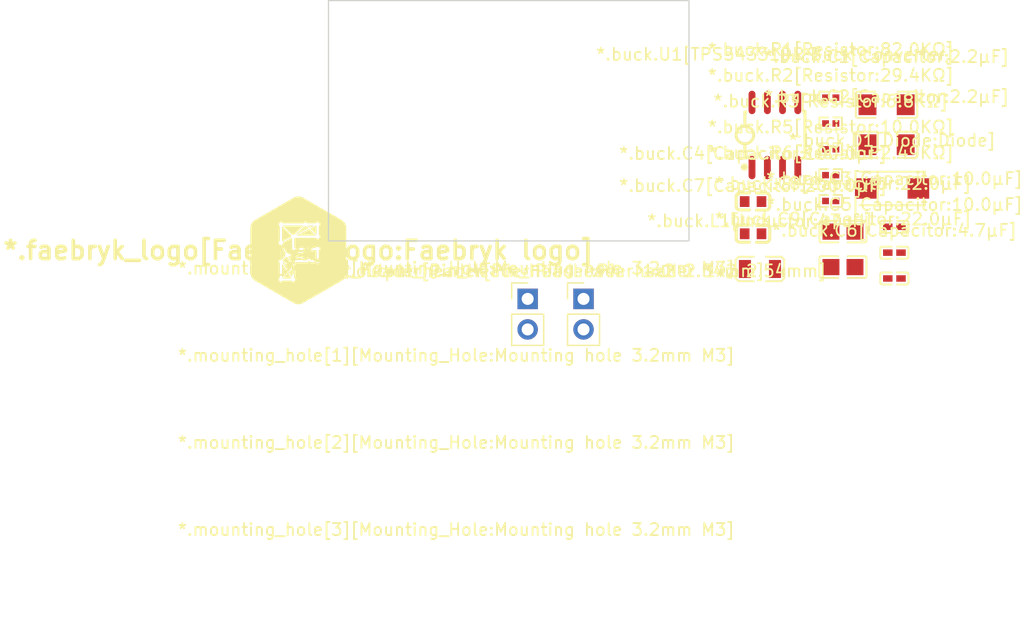
<source format=kicad_pcb>
(kicad_pcb (version 20221018) (generator pcbnew)
  (layers (0 "F.Cu" signal) (31 "B.Cu" signal) (34 "B.Paste" user) (35 "F.Paste" user) (36 "B.SilkS" user "B.Silkscreen") (37 "F.SilkS" user "F.Silkscreen") (38 "B.Mask" user) (39 "F.Mask" user) (44 "Edge.Cuts" user))
  (net 0 "")
  (net 1 "*.buck.C4[Capacitor:100.0µF]-*.buck.U1[TPS54331DR:Buck converter]")
  (net 2 "*.buck.C1[Capacitor:2.2µF]-*.buck.C3[Capacitor:10.0µF]-*.buck.R1[Resistor:82.0KΩ]-*.buck.C2[Capacitor:2.2µF]-*.buck.U1[TPS54331DR:Buck converter]")
  (net 3 "*.buck.R1[Resistor:82.0KΩ]-*.buck.R2[Resistor:29.4KΩ]-*.buck.U1[TPS54331DR:Buck converter]")
  (net 4 "*.buck.U1[TPS54331DR:Buck converter]-*.buck.C5[Capacitor:10.0µF]")
  (net 5 "*.buck.R6[Resistor:2.49KΩ]-*.buck.R5[Resistor:10.0KΩ]-*.buck.U1[TPS54331DR:Buck converter]")
  (net 6 "*.buck.C6[Capacitor:4.7µF]-*.buck.C7[Capacitor:200.0µF]-*.buck.U1[TPS54331DR:Buck converter]")
  (net 7 "*.buck.C9[Capacitor:22.0µF]-*.buck.D1[Diode:Diode]-*.buck.U1[TPS54331DR:Buck converter]-*.buck.R2[Resistor:29.4KΩ]-*.buck.C1[Capacitor:2.2µF]-*.buck.C3[Capacitor:10.0µF]-*.buck.C2[Capacitor:2.2µF]-*.buck.C5[Capacitor:10.0µF]-*.buck.C7[Capacitor:200.0µF]-*.buck.R3[Resistor:6.8KΩ]-*.buck.R6[Resistor:2.49KΩ]-*.buck.C8[Capacitor:22.0µF]")
  (net 8 "*.buck.D1[Diode:Diode]-*.buck.U1[TPS54331DR:Buck converter]-*.buck.L1[Inductor:47uH]-*.buck.C4[Capacitor:100.0µF]")
  (net 9 "*.buck.R5[Resistor:10.0KΩ]-*.buck.L1[Inductor:47uH]-*.buck.C8[Capacitor:22.0µF]-*.buck.C9[Capacitor:22.0µF]")
  (net 10 "*.buck.R3[Resistor:6.8KΩ]-*.buck.C6[Capacitor:4.7µF]")
  (footprint "lcsc:C0805" (layer "F.Cu") (at 89.815 50.175)
    (fp_text reference "*.buck.C9[Capacitor:22.0µF]" (at 0 -4) (layer "F.SilkS"))
    (fp_text value "22.0µF")
    (pad "1" smd rect (at -1 0) (size 1.41 1.35) (layers "F.Cu" "F.Paste" "F.Mask") (net 7 "*.buck.C9[Capacitor:22.0µF]-*.buck.D1[Diode:Diode]-*.buck.U1[TPS54331DR:Buck converter]-*.buck.R2[Resistor:29.4KΩ]-*.buck.C1[Capacitor:2.2µF]-*.buck.C3[Capacitor:10.0µF]-*.buck.C2[Capacitor:2.2µF]-*.buck.C5[Capacitor:10.0µF]-*.buck.C7[Capacitor:200.0µF]-*.buck.R3[Resistor:6.8KΩ]-*.buck.R6[Resistor:2.49KΩ]-*.buck.C8[Capacitor:22.0µF]"))
    (pad "2" smd rect (at 1 0) (size 1.41 1.35) (layers "F.Cu" "F.Paste" "F.Mask") (net 9 "*.buck.R5[Resistor:10.0KΩ]-*.buck.L1[Inductor:47uH]-*.buck.C8[Capacitor:22.0µF]-*.buck.C9[Capacitor:22.0µF]"))
  )
  (footprint "lcsc:C0603" (layer "F.Cu") (at 82.335 44.725)
    (fp_text reference "*.buck.C4[Capacitor:100.0µF]" (at 0 -4) (layer "F.SilkS"))
    (fp_text value "100.0µF")
    (pad "1" smd rect (at -0.7 0) (size 0.8 0.9) (layers "F.Cu" "F.Paste" "F.Mask") (net 8 "*.buck.D1[Diode:Diode]-*.buck.U1[TPS54331DR:Buck converter]-*.buck.L1[Inductor:47uH]-*.buck.C4[Capacitor:100.0µF]"))
    (pad "2" smd rect (at 0.7 0) (size 0.8 0.9) (layers "F.Cu" "F.Paste" "F.Mask") (net 1 "*.buck.C4[Capacitor:100.0µF]-*.buck.U1[TPS54331DR:Buck converter]"))
  )
  (footprint "lcsc:R0402" (layer "F.Cu") (at 88.795 44.675)
    (fp_text reference "*.buck.R6[Resistor:2.49KΩ]" (at 0 -4) (layer "F.SilkS"))
    (fp_text value "2.49KΩ")
    (pad "1" smd rect (at -0.43 0) (size 0.57 0.54) (layers "F.Cu" "F.Paste" "F.Mask") (net 7 "*.buck.C9[Capacitor:22.0µF]-*.buck.D1[Diode:Diode]-*.buck.U1[TPS54331DR:Buck converter]-*.buck.R2[Resistor:29.4KΩ]-*.buck.C1[Capacitor:2.2µF]-*.buck.C3[Capacitor:10.0µF]-*.buck.C2[Capacitor:2.2µF]-*.buck.C5[Capacitor:10.0µF]-*.buck.C7[Capacitor:200.0µF]-*.buck.R3[Resistor:6.8KΩ]-*.buck.R6[Resistor:2.49KΩ]-*.buck.C8[Capacitor:22.0µF]"))
    (pad "2" smd rect (at 0.43 0) (size 0.57 0.54) (layers "F.Cu" "F.Paste" "F.Mask") (net 5 "*.buck.R6[Resistor:2.49KΩ]-*.buck.R5[Resistor:10.0KΩ]-*.buck.U1[TPS54331DR:Buck converter]"))
  )
  (footprint "lcsc:C0805" (layer "F.Cu") (at 89.815 47.225)
    (fp_text reference "*.buck.C8[Capacitor:22.0µF]" (at 0 -4) (layer "F.SilkS"))
    (fp_text value "22.0µF")
    (pad "1" smd rect (at -1 0) (size 1.41 1.35) (layers "F.Cu" "F.Paste" "F.Mask") (net 7 "*.buck.C9[Capacitor:22.0µF]-*.buck.D1[Diode:Diode]-*.buck.U1[TPS54331DR:Buck converter]-*.buck.R2[Resistor:29.4KΩ]-*.buck.C1[Capacitor:2.2µF]-*.buck.C3[Capacitor:10.0µF]-*.buck.C2[Capacitor:2.2µF]-*.buck.C5[Capacitor:10.0µF]-*.buck.C7[Capacitor:200.0µF]-*.buck.R3[Resistor:6.8KΩ]-*.buck.R6[Resistor:2.49KΩ]-*.buck.C8[Capacitor:22.0µF]"))
    (pad "2" smd rect (at 1 0) (size 1.41 1.35) (layers "F.Cu" "F.Paste" "F.Mask") (net 9 "*.buck.R5[Resistor:10.0KΩ]-*.buck.L1[Inductor:47uH]-*.buck.C8[Capacitor:22.0µF]-*.buck.C9[Capacitor:22.0µF]"))
  )
  (footprint "MountingHole:MountingHole_3.2mm_M3_ISO7380" (layer "F.Cu") (at 57.625 61.375)
    (fp_text reference "*.mounting_hole[1][Mounting_Hole:Mounting hole 3.2mm M3]" (at 0 -3.85) (layer "F.SilkS"))
    (fp_text value "Mounting hole 3.2mm M3")
    (pad "" np_thru_hole circle (at 0 0) (size 3.2 3.2) (drill 3.2) (layers "*.Cu" "*.Mask"))
  )
  (footprint "lcsc:C0603" (layer "F.Cu") (at 82.335 47.405)
    (fp_text reference "*.buck.C7[Capacitor:200.0µF]" (at 0 -4) (layer "F.SilkS"))
    (fp_text value "200.0µF")
    (pad "1" smd rect (at -0.7 0) (size 0.8 0.9) (layers "F.Cu" "F.Paste" "F.Mask") (net 7 "*.buck.C9[Capacitor:22.0µF]-*.buck.D1[Diode:Diode]-*.buck.U1[TPS54331DR:Buck converter]-*.buck.R2[Resistor:29.4KΩ]-*.buck.C1[Capacitor:2.2µF]-*.buck.C3[Capacitor:10.0µF]-*.buck.C2[Capacitor:2.2µF]-*.buck.C5[Capacitor:10.0µF]-*.buck.C7[Capacitor:200.0µF]-*.buck.R3[Resistor:6.8KΩ]-*.buck.R6[Resistor:2.49KΩ]-*.buck.C8[Capacitor:22.0µF]"))
    (pad "2" smd rect (at 0.7 0) (size 0.8 0.9) (layers "F.Cu" "F.Paste" "F.Mask") (net 6 "*.buck.C6[Capacitor:4.7µF]-*.buck.C7[Capacitor:200.0µF]-*.buck.U1[TPS54331DR:Buck converter]"))
  )
  (footprint "lcsc:R0402" (layer "F.Cu") (at 88.795 36.075)
    (fp_text reference "*.buck.R1[Resistor:82.0KΩ]" (at 0 -4) (layer "F.SilkS"))
    (fp_text value "82.0KΩ")
    (pad "1" smd rect (at -0.43 0) (size 0.57 0.54) (layers "F.Cu" "F.Paste" "F.Mask") (net 3 "*.buck.R1[Resistor:82.0KΩ]-*.buck.R2[Resistor:29.4KΩ]-*.buck.U1[TPS54331DR:Buck converter]"))
    (pad "2" smd rect (at 0.43 0) (size 0.57 0.54) (layers "F.Cu" "F.Paste" "F.Mask") (net 2 "*.buck.C1[Capacitor:2.2µF]-*.buck.C3[Capacitor:10.0µF]-*.buck.R1[Resistor:82.0KΩ]-*.buck.C2[Capacitor:2.2µF]-*.buck.U1[TPS54331DR:Buck converter]"))
  )
  (footprint "lcsc:R0402" (layer "F.Cu") (at 88.795 42.525)
    (fp_text reference "*.buck.R5[Resistor:10.0KΩ]" (at 0 -4) (layer "F.SilkS"))
    (fp_text value "10.0KΩ")
    (pad "1" smd rect (at -0.43 0) (size 0.57 0.54) (layers "F.Cu" "F.Paste" "F.Mask") (net 5 "*.buck.R6[Resistor:2.49KΩ]-*.buck.R5[Resistor:10.0KΩ]-*.buck.U1[TPS54331DR:Buck converter]"))
    (pad "2" smd rect (at 0.43 0) (size 0.57 0.54) (layers "F.Cu" "F.Paste" "F.Mask") (net 9 "*.buck.R5[Resistor:10.0KΩ]-*.buck.L1[Inductor:47uH]-*.buck.C8[Capacitor:22.0µF]-*.buck.C9[Capacitor:22.0µF]"))
  )
  (footprint "MountingHole:MountingHole_3.2mm_M3_ISO7380" (layer "F.Cu") (at 57.625 68.625)
    (fp_text reference "*.mounting_hole[2][Mounting_Hole:Mounting hole 3.2mm M3]" (at 0 -3.85) (layer "F.SilkS"))
    (fp_text value "Mounting hole 3.2mm M3")
    (pad "" np_thru_hole circle (at 0 0) (size 3.2 3.2) (drill 3.2) (layers "*.Cu" "*.Mask"))
  )
  (footprint "logo:faebryk_logo" (layer "F.Cu") (at 44.490386 48.782078)
    (fp_text reference "*.faebryk_logo[Faebryk_Logo:Faebryk logo]" (at 0 0) (layer "F.SilkS") (effects (font (size 1.524 1.524) (thickness 0.3))))
    (fp_text value "Faebryk logo" hide)
  )
  (footprint "lcsc:C1206" (layer "F.Cu") (at 93.445 39.995)
    (fp_text reference "*.buck.C2[Capacitor:2.2µF]" (at 0 -4) (layer "F.SilkS"))
    (fp_text value "2.2µF")
    (pad "1" smd rect (at -1.59 0) (size 1.49 1.73) (layers "F.Cu" "F.Paste" "F.Mask") (net 7 "*.buck.C9[Capacitor:22.0µF]-*.buck.D1[Diode:Diode]-*.buck.U1[TPS54331DR:Buck converter]-*.buck.R2[Resistor:29.4KΩ]-*.buck.C1[Capacitor:2.2µF]-*.buck.C3[Capacitor:10.0µF]-*.buck.C2[Capacitor:2.2µF]-*.buck.C5[Capacitor:10.0µF]-*.buck.C7[Capacitor:200.0µF]-*.buck.R3[Resistor:6.8KΩ]-*.buck.R6[Resistor:2.49KΩ]-*.buck.C8[Capacitor:22.0µF]"))
    (pad "2" smd rect (at 1.59 0) (size 1.49 1.73) (layers "F.Cu" "F.Paste" "F.Mask") (net 2 "*.buck.C1[Capacitor:2.2µF]-*.buck.C3[Capacitor:10.0µF]-*.buck.R1[Resistor:82.0KΩ]-*.buck.C2[Capacitor:2.2µF]-*.buck.U1[TPS54331DR:Buck converter]"))
  )
  (footprint "lcsc:SMA_L4.4-W2.6-LS5.0-RD" (layer "F.Cu") (at 93.9 43.635)
    (fp_text reference "*.buck.D1[Diode:Diode]" (at 0 -4) (layer "F.SilkS"))
    (fp_text value "Diode")
    (pad "1" smd rect (at -2.19 0) (size 1.8 1.7) (layers "F.Cu" "F.Paste" "F.Mask") (net 8 "*.buck.D1[Diode:Diode]-*.buck.U1[TPS54331DR:Buck converter]-*.buck.L1[Inductor:47uH]-*.buck.C4[Capacitor:100.0µF]"))
    (pad "2" smd rect (at 2.19 0) (size 1.8 1.7) (layers "F.Cu" "F.Paste" "F.Mask") (net 7 "*.buck.C9[Capacitor:22.0µF]-*.buck.D1[Diode:Diode]-*.buck.U1[TPS54331DR:Buck converter]-*.buck.R2[Resistor:29.4KΩ]-*.buck.C1[Capacitor:2.2µF]-*.buck.C3[Capacitor:10.0µF]-*.buck.C2[Capacitor:2.2µF]-*.buck.C5[Capacitor:10.0µF]-*.buck.C7[Capacitor:200.0µF]-*.buck.R3[Resistor:6.8KΩ]-*.buck.R6[Resistor:2.49KΩ]-*.buck.C8[Capacitor:22.0µF]"))
  )
  (footprint "lcsc:R0402" (layer "F.Cu") (at 88.795 38.225)
    (fp_text reference "*.buck.R2[Resistor:29.4KΩ]" (at 0 -4) (layer "F.SilkS"))
    (fp_text value "29.4KΩ")
    (pad "1" smd rect (at -0.43 0) (size 0.57 0.54) (layers "F.Cu" "F.Paste" "F.Mask") (net 7 "*.buck.C9[Capacitor:22.0µF]-*.buck.D1[Diode:Diode]-*.buck.U1[TPS54331DR:Buck converter]-*.buck.R2[Resistor:29.4KΩ]-*.buck.C1[Capacitor:2.2µF]-*.buck.C3[Capacitor:10.0µF]-*.buck.C2[Capacitor:2.2µF]-*.buck.C5[Capacitor:10.0µF]-*.buck.C7[Capacitor:200.0µF]-*.buck.R3[Resistor:6.8KΩ]-*.buck.R6[Resistor:2.49KΩ]-*.buck.C8[Capacitor:22.0µF]"))
    (pad "2" smd rect (at 0.43 0) (size 0.57 0.54) (layers "F.Cu" "F.Paste" "F.Mask") (net 3 "*.buck.R1[Resistor:82.0KΩ]-*.buck.R2[Resistor:29.4KΩ]-*.buck.U1[TPS54331DR:Buck converter]"))
  )
  (footprint "lcsc:C0402" (layer "F.Cu") (at 94.095 51.125)
    (fp_text reference "*.buck.C6[Capacitor:4.7µF]" (at 0 -4) (layer "F.SilkS"))
    (fp_text value "4.7µF")
    (pad "1" smd rect (at -0.55 0) (size 0.79 0.54) (layers "F.Cu" "F.Paste" "F.Mask") (net 10 "*.buck.R3[Resistor:6.8KΩ]-*.buck.C6[Capacitor:4.7µF]"))
    (pad "2" smd rect (at 0.55 0) (size 0.79 0.54) (layers "F.Cu" "F.Paste" "F.Mask") (net 6 "*.buck.C6[Capacitor:4.7µF]-*.buck.C7[Capacitor:200.0µF]-*.buck.U1[TPS54331DR:Buck converter]"))
  )
  (footprint "Connector_PinHeader_2.54mm:PinHeader_1x02_P2.54mm_Vertical" (layer "F.Cu") (at 63.575 52.825)
    (fp_text reference "*.input_header[Pin_Header:Pin header 1x2 2.54mm]" (at 0 -2.33) (layer "F.SilkS"))
    (fp_text value "Pin header 1x2 2.54mm")
    (pad "1" thru_hole rect (at 0 0) (size 1.7 1.7) (drill 1) (layers "*.Cu" "*.Mask"))
    (pad "2" thru_hole oval (at 0 2.54) (size 1.7 1.7) (drill 1) (layers "*.Cu" "*.Mask"))
  )
  (footprint "lcsc:C1206" (layer "F.Cu") (at 93.445 36.665)
    (fp_text reference "*.buck.C1[Capacitor:2.2µF]" (at 0 -4) (layer "F.SilkS"))
    (fp_text value "2.2µF")
    (pad "1" smd rect (at -1.59 0) (size 1.49 1.73) (layers "F.Cu" "F.Paste" "F.Mask") (net 7 "*.buck.C9[Capacitor:22.0µF]-*.buck.D1[Diode:Diode]-*.buck.U1[TPS54331DR:Buck converter]-*.buck.R2[Resistor:29.4KΩ]-*.buck.C1[Capacitor:2.2µF]-*.buck.C3[Capacitor:10.0µF]-*.buck.C2[Capacitor:2.2µF]-*.buck.C5[Capacitor:10.0µF]-*.buck.C7[Capacitor:200.0µF]-*.buck.R3[Resistor:6.8KΩ]-*.buck.R6[Resistor:2.49KΩ]-*.buck.C8[Capacitor:22.0µF]"))
    (pad "2" smd rect (at 1.59 0) (size 1.49 1.73) (layers "F.Cu" "F.Paste" "F.Mask") (net 2 "*.buck.C1[Capacitor:2.2µF]-*.buck.C3[Capacitor:10.0µF]-*.buck.R1[Resistor:82.0KΩ]-*.buck.C2[Capacitor:2.2µF]-*.buck.U1[TPS54331DR:Buck converter]"))
  )
  (footprint "lcsc:C0402" (layer "F.Cu") (at 94.095 48.975)
    (fp_text reference "*.buck.C5[Capacitor:10.0µF]" (at 0 -4) (layer "F.SilkS"))
    (fp_text value "10.0µF")
    (pad "1" smd rect (at -0.55 0) (size 0.79 0.54) (layers "F.Cu" "F.Paste" "F.Mask") (net 7 "*.buck.C9[Capacitor:22.0µF]-*.buck.D1[Diode:Diode]-*.buck.U1[TPS54331DR:Buck converter]-*.buck.R2[Resistor:29.4KΩ]-*.buck.C1[Capacitor:2.2µF]-*.buck.C3[Capacitor:10.0µF]-*.buck.C2[Capacitor:2.2µF]-*.buck.C5[Capacitor:10.0µF]-*.buck.C7[Capacitor:200.0µF]-*.buck.R3[Resistor:6.8KΩ]-*.buck.R6[Resistor:2.49KΩ]-*.buck.C8[Capacitor:22.0µF]"))
    (pad "2" smd rect (at 0.55 0) (size 0.79 0.54) (layers "F.Cu" "F.Paste" "F.Mask") (net 4 "*.buck.U1[TPS54331DR:Buck converter]-*.buck.C5[Capacitor:10.0µF]"))
  )
  (footprint "MountingHole:MountingHole_3.2mm_M3_ISO7380" (layer "F.Cu") (at 57.625 75.875)
    (fp_text reference "*.mounting_hole[3][Mounting_Hole:Mounting hole 3.2mm M3]" (at 0 -3.85) (layer "F.SilkS"))
    (fp_text value "Mounting hole 3.2mm M3")
    (pad "" np_thru_hole circle (at 0 0) (size 3.2 3.2) (drill 3.2) (layers "*.Cu" "*.Mask"))
  )
  (footprint "lcsc:R0402" (layer "F.Cu") (at 88.795 40.375)
    (fp_text reference "*.buck.R3[Resistor:6.8KΩ]" (at 0 -4) (layer "F.SilkS"))
    (fp_text value "6.8KΩ")
    (pad "1" smd rect (at -0.43 0) (size 0.57 0.54) (layers "F.Cu" "F.Paste" "F.Mask") (net 7 "*.buck.C9[Capacitor:22.0µF]-*.buck.D1[Diode:Diode]-*.buck.U1[TPS54331DR:Buck converter]-*.buck.R2[Resistor:29.4KΩ]-*.buck.C1[Capacitor:2.2µF]-*.buck.C3[Capacitor:10.0µF]-*.buck.C2[Capacitor:2.2µF]-*.buck.C5[Capacitor:10.0µF]-*.buck.C7[Capacitor:200.0µF]-*.buck.R3[Resistor:6.8KΩ]-*.buck.R6[Resistor:2.49KΩ]-*.buck.C8[Capacitor:22.0µF]"))
    (pad "2" smd rect (at 0.43 0) (size 0.57 0.54) (layers "F.Cu" "F.Paste" "F.Mask") (net 10 "*.buck.R3[Resistor:6.8KΩ]-*.buck.C6[Capacitor:4.7µF]"))
  )
  (footprint "MountingHole:MountingHole_3.2mm_M3_ISO7380" (layer "F.Cu") (at 57.625 54.125)
    (fp_text reference "*.mounting_hole[0][Mounting_Hole:Mounting hole 3.2mm M3]" (at 0 -3.85) (layer "F.SilkS"))
    (fp_text value "Mounting hole 3.2mm M3")
    (pad "" np_thru_hole circle (at 0 0) (size 3.2 3.2) (drill 3.2) (layers "*.Cu" "*.Mask"))
  )
  (footprint "Connector_PinHeader_2.54mm:PinHeader_1x02_P2.54mm_Vertical" (layer "F.Cu") (at 68.225 52.825)
    (fp_text reference "*.output_header[Pin_Header:Pin header 1x2 2.54mm]" (at 0 -2.33) (layer "F.SilkS"))
    (fp_text value "Pin header 1x2 2.54mm")
    (pad "1" thru_hole rect (at 0 0) (size 1.7 1.7) (drill 1) (layers "*.Cu" "*.Mask"))
    (pad "2" thru_hole oval (at 0 2.54) (size 1.7 1.7) (drill 1) (layers "*.Cu" "*.Mask"))
  )
  (footprint "lcsc:IND-SMD_L2.5-W2.0-A" (layer "F.Cu") (at 82.905 50.335)
    (fp_text reference "*.buck.L1[Inductor:47uH]" (at 0 -4) (layer "F.SilkS"))
    (fp_text value "47uH")
    (pad "1" smd rect (at -1.25 0) (size 1 1.5) (layers "F.Cu" "F.Paste" "F.Mask") (net 8 "*.buck.D1[Diode:Diode]-*.buck.U1[TPS54331DR:Buck converter]-*.buck.L1[Inductor:47uH]-*.buck.C4[Capacitor:100.0µF]"))
    (pad "2" smd rect (at 1.25 0) (size 1 1.5) (layers "F.Cu" "F.Paste" "F.Mask") (net 9 "*.buck.R5[Resistor:10.0KΩ]-*.buck.L1[Inductor:47uH]-*.buck.C8[Capacitor:22.0µF]-*.buck.C9[Capacitor:22.0µF]"))
  )
  (footprint "lcsc:SOIC-8_L5.0-W4.0-P1.27-LS6.0-BL" (layer "F.Cu") (at 84.155 39.185)
    (fp_text reference "*.buck.U1[TPS54331DR:Buck converter]" (at 0 -6.71) (layer "F.SilkS"))
    (fp_text value "Buck converter")
    (pad "1" smd oval (at -1.91 2.71) (size 0.57 1.95) (layers "F.Cu" "F.Paste" "F.Mask") (net 1 "*.buck.C4[Capacitor:100.0µF]-*.buck.U1[TPS54331DR:Buck converter]"))
    (pad "2" smd oval (at -0.63 2.71) (size 0.57 1.95) (layers "F.Cu" "F.Paste" "F.Mask") (net 2 "*.buck.C1[Capacitor:2.2µF]-*.buck.C3[Capacitor:10.0µF]-*.buck.R1[Resistor:82.0KΩ]-*.buck.C2[Capacitor:2.2µF]-*.buck.U1[TPS54331DR:Buck converter]"))
    (pad "3" smd oval (at 0.63 2.71) (size 0.57 1.95) (layers "F.Cu" "F.Paste" "F.Mask") (net 3 "*.buck.R1[Resistor:82.0KΩ]-*.buck.R2[Resistor:29.4KΩ]-*.buck.U1[TPS54331DR:Buck converter]"))
    (pad "4" smd oval (at 1.9 2.71) (size 0.57 1.95) (layers "F.Cu" "F.Paste" "F.Mask") (net 4 "*.buck.U1[TPS54331DR:Buck converter]-*.buck.C5[Capacitor:10.0µF]"))
    (pad "5" smd oval (at 1.9 -2.71) (size 0.57 1.95) (layers "F.Cu" "F.Paste" "F.Mask") (net 5 "*.buck.R6[Resistor:2.49KΩ]-*.buck.R5[Resistor:10.0KΩ]-*.buck.U1[TPS54331DR:Buck converter]"))
    (pad "6" smd oval (at 0.63 -2.71) (size 0.57 1.95) (layers "F.Cu" "F.Paste" "F.Mask") (net 6 "*.buck.C6[Capacitor:4.7µF]-*.buck.C7[Capacitor:200.0µF]-*.buck.U1[TPS54331DR:Buck converter]"))
    (pad "7" smd oval (at -0.63 -2.71) (size 0.57 1.95) (layers "F.Cu" "F.Paste" "F.Mask") (net 7 "*.buck.C9[Capacitor:22.0µF]-*.buck.D1[Diode:Diode]-*.buck.U1[TPS54331DR:Buck converter]-*.buck.R2[Resistor:29.4KΩ]-*.buck.C1[Capacitor:2.2µF]-*.buck.C3[Capacitor:10.0µF]-*.buck.C2[Capacitor:2.2µF]-*.buck.C5[Capacitor:10.0µF]-*.buck.C7[Capacitor:200.0µF]-*.buck.R3[Resistor:6.8KΩ]-*.buck.R6[Resistor:2.49KΩ]-*.buck.C8[Capacitor:22.0µF]"))
    (pad "8" smd oval (at -1.91 -2.71) (size 0.57 1.95) (layers "F.Cu" "F.Paste" "F.Mask") (net 8 "*.buck.D1[Diode:Diode]-*.buck.U1[TPS54331DR:Buck converter]-*.buck.L1[Inductor:47uH]-*.buck.C4[Capacitor:100.0µF]"))
  )
  (footprint "lcsc:C0402" (layer "F.Cu") (at 94.095 46.825)
    (fp_text reference "*.buck.C3[Capacitor:10.0µF]" (at 0 -4) (layer "F.SilkS"))
    (fp_text value "10.0µF")
    (pad "1" smd rect (at -0.55 0) (size 0.79 0.54) (layers "F.Cu" "F.Paste" "F.Mask") (net 7 "*.buck.C9[Capacitor:22.0µF]-*.buck.D1[Diode:Diode]-*.buck.U1[TPS54331DR:Buck converter]-*.buck.R2[Resistor:29.4KΩ]-*.buck.C1[Capacitor:2.2µF]-*.buck.C3[Capacitor:10.0µF]-*.buck.C2[Capacitor:2.2µF]-*.buck.C5[Capacitor:10.0µF]-*.buck.C7[Capacitor:200.0µF]-*.buck.R3[Resistor:6.8KΩ]-*.buck.R6[Resistor:2.49KΩ]-*.buck.C8[Capacitor:22.0µF]"))
    (pad "2" smd rect (at 0.55 0) (size 0.79 0.54) (layers "F.Cu" "F.Paste" "F.Mask") (net 2 "*.buck.C1[Capacitor:2.2µF]-*.buck.C3[Capacitor:10.0µF]-*.buck.R1[Resistor:82.0KΩ]-*.buck.C2[Capacitor:2.2µF]-*.buck.U1[TPS54331DR:Buck converter]"))
  )
  (gr_rect (start 47 28) (end 77 48) (stroke (width 0.1)) (fill none) (layer "Edge.Cuts"))
)
</source>
